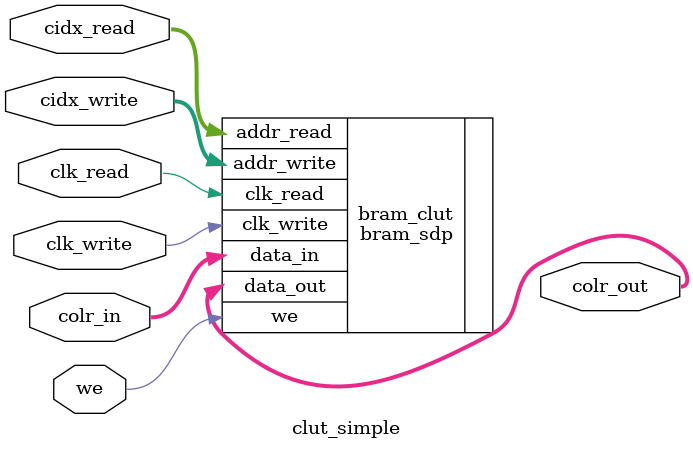
<source format=v>
`default_nettype none
`timescale 1ns / 1ps

module clut_simple #(
    parameter COLRW = 12,  // colour output width (bits)
    parameter CIDXW = 4,   // colour index width (bits)
    parameter F_PAL = ""   // init file for colour palette
)(
    input  wire clk_write,              // write clock
    input  wire clk_read,               // read clock
    input  wire we,                     // write enable
    input  wire [CIDXW-1:0] cidx_write,  // colour index to write
    input  wire [CIDXW-1:0] cidx_read,   // colour index to read
    input  wire [COLRW-1:0] colr_in,     // write colour
    output wire [COLRW-1:0] colr_out     // read colour
);

    bram_sdp #(
        .WIDTH(COLRW),
        .DEPTH(2**CIDXW),
        .INIT_F(F_PAL)
    ) bram_clut (
        .clk_write(clk_write),
        .clk_read(clk_read),
        .we(we),
        .addr_write(cidx_write),
        .addr_read(cidx_read),
        .data_in(colr_in),
        .data_out(colr_out)
    );

endmodule


</source>
